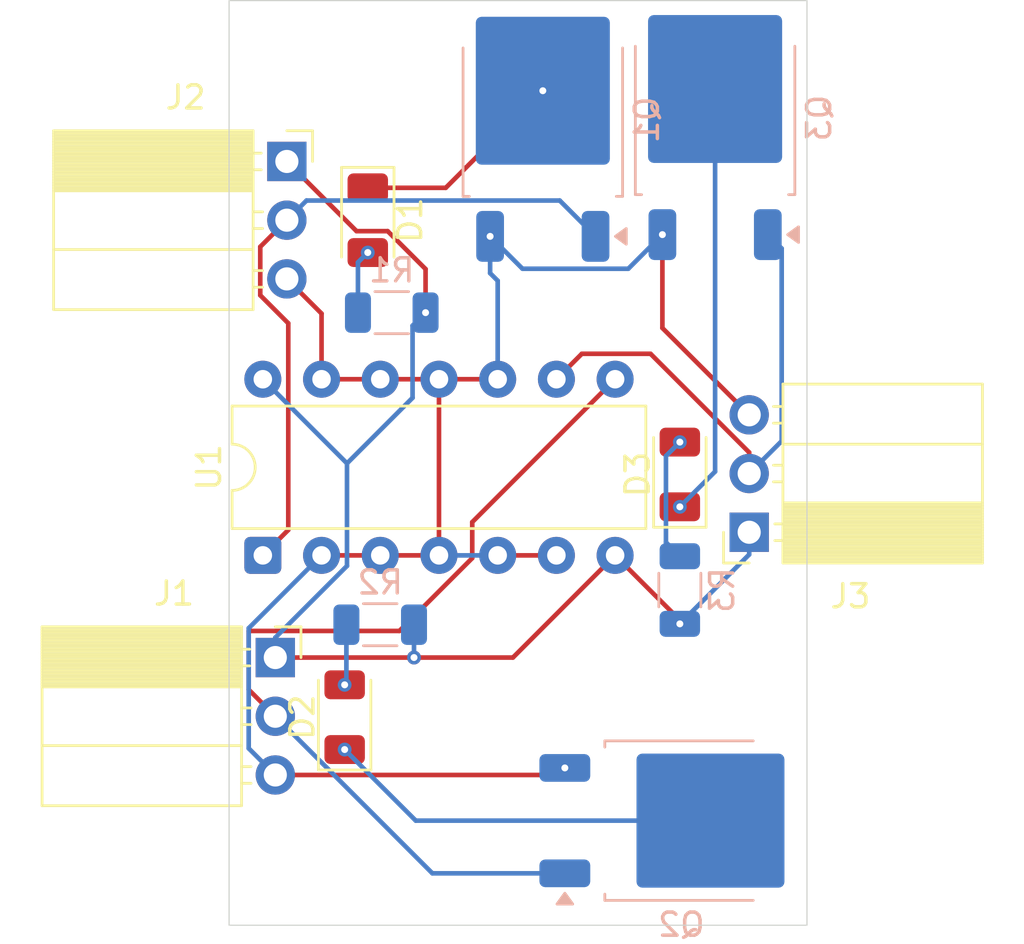
<source format=kicad_pcb>
(kicad_pcb (version 20241229) (generator "pcbnew") (generator_version "9.0")
  (layers (0 "F.Cu" signal) (2 "B.Cu" signal) (13 "F.Paste" user) (15 "B.Paste" user) (5 "F.SilkS" user "F.Silkscreen") (7 "B.SilkS" user "B.Silkscreen") (1 "F.Mask" user) (3 "B.Mask" user) (25 "Edge.Cuts" user))
  (net 0 "")
  (net 1 "Net-(D1-A)")
  (net 2 "Net-(D1-K)")
  (net 3 "Net-(D2-K)")
  (net 4 "Net-(D2-A)")
  (net 5 "Net-(D3-K)")
  (net 6 "Net-(D3-A)")
  (net 7 "Net-(J1-Pin_2)")
  (net 8 "Net-(J1-Pin_1)")
  (net 9 "Net-(J1-Pin_3)")
  (net 10 "Net-(J2-Pin_2)")
  (net 11 "Net-(J3-Pin_2)")
  (footprint "LED_SMD:LED_1206_3216Metric" (layer "F.Cu") (at 115 106 90)
    (property "Reference" "D2" (at 0 -1.83 90) (layer "F.SilkS"))
    (property "Value" "LED")
    (fp_line (start 1.6 -1.135) (end -2.285 -1.135) (stroke (width 0.12)) (layer "F.SilkS"))
    (fp_line (start -2.285 -1.135) (end -2.285 1.135) (stroke (width 0.12)) (layer "F.SilkS"))
    (fp_line (start -2.285 1.135) (end 1.6 1.135) (stroke (width 0.12)) (layer "F.SilkS"))
    (pad "1" smd roundrect (at -1.4 0 90) (size 1.25 1.75) (layers "F.Cu" "F.Mask" "F.Paste") (roundrect_rratio 0.2) (net 3 "Net-(D2-K)"))
    (pad "2" smd roundrect (at 1.4 0 90) (size 1.25 1.75) (layers "F.Cu" "F.Mask" "F.Paste") (roundrect_rratio 0.2) (net 4 "Net-(D2-A)"))
  )
  (footprint "Package_DIP:DIP-14_W7.62mm" (layer "F.Cu") (at 111.46 99 90)
    (property "Reference" "U1" (at 3.81 -2.33 90) (layer "F.SilkS"))
    (property "Value" "4075")
    (fp_line (start 6.46 -1.33) (end 4.81 -1.33) (stroke (width 0.12)) (layer "F.SilkS"))
    (fp_line (start 2.81 -1.33) (end 1.16 -1.33) (stroke (width 0.12)) (layer "F.SilkS"))
    (fp_line (start 1.16 -1.33) (end 1.16 16.57) (stroke (width 0.12)) (layer "F.SilkS"))
    (fp_line (start 6.46 16.57) (end 6.46 -1.33) (stroke (width 0.12)) (layer "F.SilkS"))
    (fp_line (start 1.16 16.57) (end 6.46 16.57) (stroke (width 0.12)) (layer "F.SilkS"))
    (fp_arc (start 4.81 -1.33) (mid 3.81 -0.33) (end 2.81 -1.33) (stroke (width 0.12)) (layer "F.SilkS"))
    (pad "1" thru_hole roundrect (at 0 0 90) (size 1.6 1.6) (drill 0.8) (layers "*.Cu" "*.Mask") (roundrect_rratio 0.15625) (net 10 "Net-(J2-Pin_2)"))
    (pad "2" thru_hole circle (at 0 2.54 90) (size 1.6 1.6) (drill 0.8) (layers "*.Cu" "*.Mask") (net 9 "Net-(J1-Pin_3)"))
    (pad "3" thru_hole circle (at 0 5.08 90) (size 1.6 1.6) (drill 0.8) (layers "*.Cu" "*.Mask") (net 9 "Net-(J1-Pin_3)"))
    (pad "4" thru_hole circle (at 0 7.62 90) (size 1.6 1.6) (drill 0.8) (layers "*.Cu" "*.Mask") (net 9 "Net-(J1-Pin_3)"))
    (pad "5" thru_hole circle (at 0 10.16 90) (size 1.6 1.6) (drill 0.8) (layers "*.Cu" "*.Mask") (net 9 "Net-(J1-Pin_3)"))
    (pad "6" thru_hole circle (at 0 12.7 90) (size 1.6 1.6) (drill 0.8) (layers "*.Cu" "*.Mask") (net 9 "Net-(J1-Pin_3)"))
    (pad "7" thru_hole circle (at 0 15.24 90) (size 1.6 1.6) (drill 0.8) (layers "*.Cu" "*.Mask") (net 8 "Net-(J1-Pin_1)"))
    (pad "8" thru_hole circle (at 7.62 15.24 90) (size 1.6 1.6) (drill 0.8) (layers "*.Cu" "*.Mask") (net 7 "Net-(J1-Pin_2)"))
    (pad "9" thru_hole circle (at 7.62 12.7 90) (size 1.6 1.6) (drill 0.8) (layers "*.Cu" "*.Mask") (net 11 "Net-(J3-Pin_2)"))
    (pad "10" thru_hole circle (at 7.62 10.16 90) (size 1.6 1.6) (drill 0.8) (layers "*.Cu" "*.Mask") (net 9 "Net-(J1-Pin_3)"))
    (pad "11" thru_hole circle (at 7.62 7.62 90) (size 1.6 1.6) (drill 0.8) (layers "*.Cu" "*.Mask") (net 9 "Net-(J1-Pin_3)"))
    (pad "12" thru_hole circle (at 7.62 5.08 90) (size 1.6 1.6) (drill 0.8) (layers "*.Cu" "*.Mask") (net 9 "Net-(J1-Pin_3)"))
    (pad "13" thru_hole circle (at 7.62 2.54 90) (size 1.6 1.6) (drill 0.8) (layers "*.Cu" "*.Mask") (net 9 "Net-(J1-Pin_3)"))
    (pad "14" thru_hole circle (at 7.62 0 90) (size 1.6 1.6) (drill 0.8) (layers "*.Cu" "*.Mask") (net 8 "Net-(J1-Pin_1)"))
  )
  (footprint "Connector_PinSocket_2.54mm:PinSocket_1x03_P2.54mm_Horizontal" (layer "F.Cu") (at 132.5 98 180)
    (property "Reference" "J3" (at -4.38 -2.77 0) (layer "F.SilkS"))
    (property "Value" "Conn_01x03_Socket")
    (fp_line (start 1.11 -1.33) (end 1.11 0) (stroke (width 0.12)) (layer "F.SilkS"))
    (fp_line (start 0 -1.33) (end 1.11 -1.33) (stroke (width 0.12)) (layer "F.SilkS"))
    (fp_line (start -1.46 5.44) (end -1.05 5.44) (stroke (width 0.12)) (layer "F.SilkS"))
    (fp_line (start -1.46 4.72) (end -1.05 4.72) (stroke (width 0.12)) (layer "F.SilkS"))
    (fp_line (start -1.46 2.9) (end -1.05 2.9) (stroke (width 0.12)) (layer "F.SilkS"))
    (fp_line (start -1.46 2.18) (end -1.05 2.18) (stroke (width 0.12)) (layer "F.SilkS"))
    (fp_line (start -1.46 0.36) (end -1.11 0.36) (stroke (width 0.12)) (layer "F.SilkS"))
    (fp_line (start -1.46 -0.36) (end -1.11 -0.36) (stroke (width 0.12)) (layer "F.SilkS"))
    (fp_line (start -1.46 -1.33) (end -1.46 6.41) (stroke (width 0.12)) (layer "F.SilkS"))
    (fp_line (start -10.09 6.41) (end -1.46 6.41) (stroke (width 0.12)) (layer "F.SilkS"))
    (fp_line (start -10.09 3.81) (end -1.46 3.81) (stroke (width 0.12)) (layer "F.SilkS"))
    (fp_line (start -10.09 1.27) (end -1.46 1.27) (stroke (width 0.12)) (layer "F.SilkS"))
    (fp_line (start -10.09 1.1519) (end -1.46 1.1519) (stroke (width 0.12)) (layer "F.SilkS"))
    (fp_line (start -10.09 1.033805) (end -1.46 1.033805) (stroke (width 0.12)) (layer "F.SilkS"))
    (fp_line (start -10.09 0.91571) (end -1.46 0.91571) (stroke (width 0.12)) (layer "F.SilkS"))
    (fp_line (start -10.09 0.797615) (end -1.46 0.797615) (stroke (width 0.12)) (layer "F.SilkS"))
    (fp_line (start -10.09 0.67952) (end -1.46 0.67952) (stroke (width 0.12)) (layer "F.SilkS"))
    (fp_line (start -10.09 0.561425) (end -1.46 0.561425) (stroke (width 0.12)) (layer "F.SilkS"))
    (fp_line (start -10.09 0.44333) (end -1.46 0.44333) (stroke (width 0.12)) (layer "F.SilkS"))
    (fp_line (start -10.09 0.325235) (end -1.46 0.325235) (stroke (width 0.12)) (layer "F.SilkS"))
    (fp_line (start -10.09 0.20714) (end -1.46 0.20714) (stroke (width 0.12)) (layer "F.SilkS"))
    (fp_line (start -10.09 0.089045) (end -1.46 0.089045) (stroke (width 0.12)) (layer "F.SilkS"))
    (fp_line (start -10.09 -0.02905) (end -1.46 -0.02905) (stroke (width 0.12)) (layer "F.SilkS"))
    (fp_line (start -10.09 -0.147145) (end -1.46 -0.147145) (stroke (width 0.12)) (layer "F.SilkS"))
    (fp_line (start -10.09 -0.26524) (end -1.46 -0.26524) (stroke (width 0.12)) (layer "F.SilkS"))
    (fp_line (start -10.09 -0.383335) (end -1.46 -0.383335) (stroke (width 0.12)) (layer "F.SilkS"))
    (fp_line (start -10.09 -0.50143) (end -1.46 -0.50143) (stroke (width 0.12)) (layer "F.SilkS"))
    (fp_line (start -10.09 -0.619525) (end -1.46 -0.619525) (stroke (width 0.12)) (layer "F.SilkS"))
    (fp_line (start -10.09 -0.73762) (end -1.46 -0.73762) (stroke (width 0.12)) (layer "F.SilkS"))
    (fp_line (start -10.09 -0.855715) (end -1.46 -0.855715) (stroke (width 0.12)) (layer "F.SilkS"))
    (fp_line (start -10.09 -0.97381) (end -1.46 -0.97381) (stroke (width 0.12)) (layer "F.SilkS"))
    (fp_line (start -10.09 -1.091905) (end -1.46 -1.091905) (stroke (width 0.12)) (layer "F.SilkS"))
    (fp_line (start -10.09 -1.21) (end -1.46 -1.21) (stroke (width 0.12)) (layer "F.SilkS"))
    (fp_line (start -10.09 -1.33) (end -1.46 -1.33) (stroke (width 0.12)) (layer "F.SilkS"))
    (fp_line (start -10.09 -1.33) (end -10.09 6.41) (stroke (width 0.12)) (layer "F.SilkS"))
    (pad "1" thru_hole rect (at 0 0 180) (size 1.7 1.7) (drill 1) (layers "*.Cu" "*.Mask") (net 8 "Net-(J1-Pin_1)"))
    (pad "2" thru_hole circle (at 0 2.54 180) (size 1.7 1.7) (drill 1) (layers "*.Cu" "*.Mask") (net 11 "Net-(J3-Pin_2)"))
    (pad "3" thru_hole circle (at 0 5.08 180) (size 1.7 1.7) (drill 1) (layers "*.Cu" "*.Mask") (net 9 "Net-(J1-Pin_3)"))
  )
  (footprint "LED_SMD:LED_1206_3216Metric" (layer "F.Cu") (at 116 84.5 -90)
    (property "Reference" "D1" (at 0 -1.83 90) (layer "F.SilkS"))
    (property "Value" "LED")
    (fp_line (start -2.285 1.135) (end 1.6 1.135) (stroke (width 0.12)) (layer "F.SilkS"))
    (fp_line (start -2.285 -1.135) (end -2.285 1.135) (stroke (width 0.12)) (layer "F.SilkS"))
    (fp_line (start 1.6 -1.135) (end -2.285 -1.135) (stroke (width 0.12)) (layer "F.SilkS"))
    (pad "1" smd roundrect (at -1.4 0 270) (size 1.25 1.75) (layers "F.Cu" "F.Mask" "F.Paste") (roundrect_rratio 0.2) (net 2 "Net-(D1-K)"))
    (pad "2" smd roundrect (at 1.4 0 270) (size 1.25 1.75) (layers "F.Cu" "F.Mask" "F.Paste") (roundrect_rratio 0.2) (net 1 "Net-(D1-A)"))
  )
  (footprint "Connector_PinSocket_2.54mm:PinSocket_1x03_P2.54mm_Horizontal" (layer "F.Cu") (at 112.5 81.96)
    (property "Reference" "J2" (at -4.38 -2.77 0) (layer "F.SilkS"))
    (property "Value" "Conn_01x03_Socket")
    (fp_line (start -10.09 -1.33) (end -10.09 6.41) (stroke (width 0.12)) (layer "F.SilkS"))
    (fp_line (start -10.09 -1.33) (end -1.46 -1.33) (stroke (width 0.12)) (layer "F.SilkS"))
    (fp_line (start -10.09 -1.21) (end -1.46 -1.21) (stroke (width 0.12)) (layer "F.SilkS"))
    (fp_line (start -10.09 -1.091905) (end -1.46 -1.091905) (stroke (width 0.12)) (layer "F.SilkS"))
    (fp_line (start -10.09 -0.97381) (end -1.46 -0.97381) (stroke (width 0.12)) (layer "F.SilkS"))
    (fp_line (start -10.09 -0.855715) (end -1.46 -0.855715) (stroke (width 0.12)) (layer "F.SilkS"))
    (fp_line (start -10.09 -0.73762) (end -1.46 -0.73762) (stroke (width 0.12)) (layer "F.SilkS"))
    (fp_line (start -10.09 -0.619525) (end -1.46 -0.619525) (stroke (width 0.12)) (layer "F.SilkS"))
    (fp_line (start -10.09 -0.50143) (end -1.46 -0.50143) (stroke (width 0.12)) (layer "F.SilkS"))
    (fp_line (start -10.09 -0.383335) (end -1.46 -0.383335) (stroke (width 0.12)) (layer "F.SilkS"))
    (fp_line (start -10.09 -0.26524) (end -1.46 -0.26524) (stroke (width 0.12)) (layer "F.SilkS"))
    (fp_line (start -10.09 -0.147145) (end -1.46 -0.147145) (stroke (width 0.12)) (layer "F.SilkS"))
    (fp_line (start -10.09 -0.02905) (end -1.46 -0.02905) (stroke (width 0.12)) (layer "F.SilkS"))
    (fp_line (start -10.09 0.089045) (end -1.46 0.089045) (stroke (width 0.12)) (layer "F.SilkS"))
    (fp_line (start -10.09 0.20714) (end -1.46 0.20714) (stroke (width 0.12)) (layer "F.SilkS"))
    (fp_line (start -10.09 0.325235) (end -1.46 0.325235) (stroke (width 0.12)) (layer "F.SilkS"))
    (fp_line (start -10.09 0.44333) (end -1.46 0.44333) (stroke (width 0.12)) (layer "F.SilkS"))
    (fp_line (start -10.09 0.561425) (end -1.46 0.561425) (stroke (width 0.12)) (layer "F.SilkS"))
    (fp_line (start -10.09 0.67952) (end -1.46 0.67952) (stroke (width 0.12)) (layer "F.SilkS"))
    (fp_line (start -10.09 0.797615) (end -1.46 0.797615) (stroke (width 0.12)) (layer "F.SilkS"))
    (fp_line (start -10.09 0.91571) (end -1.46 0.91571) (stroke (width 0.12)) (layer "F.SilkS"))
    (fp_line (start -10.09 1.033805) (end -1.46 1.033805) (stroke (width 0.12)) (layer "F.SilkS"))
    (fp_line (start -10.09 1.1519) (end -1.46 1.1519) (stroke (width 0.12)) (layer "F.SilkS"))
    (fp_line (start -10.09 1.27) (end -1.46 1.27) (stroke (width 0.12)) (layer "F.SilkS"))
    (fp_line (start -10.09 3.81) (end -1.46 3.81) (stroke (width 0.12)) (layer "F.SilkS"))
    (fp_line (start -10.09 6.41) (end -1.46 6.41) (stroke (width 0.12)) (layer "F.SilkS"))
    (fp_line (start -1.46 -1.33) (end -1.46 6.41) (stroke (width 0.12)) (layer "F.SilkS"))
    (fp_line (start -1.46 -0.36) (end -1.11 -0.36) (stroke (width 0.12)) (layer "F.SilkS"))
    (fp_line (start -1.46 0.36) (end -1.11 0.36) (stroke (width 0.12)) (layer "F.SilkS"))
    (fp_line (start -1.46 2.18) (end -1.05 2.18) (stroke (width 0.12)) (layer "F.SilkS"))
    (fp_line (start -1.46 2.9) (end -1.05 2.9) (stroke (width 0.12)) (layer "F.SilkS"))
    (fp_line (start -1.46 4.72) (end -1.05 4.72) (stroke (width 0.12)) (layer "F.SilkS"))
    (fp_line (start -1.46 5.44) (end -1.05 5.44) (stroke (width 0.12)) (layer "F.SilkS"))
    (fp_line (start 0 -1.33) (end 1.11 -1.33) (stroke (width 0.12)) (layer "F.SilkS"))
    (fp_line (start 1.11 -1.33) (end 1.11 0) (stroke (width 0.12)) (layer "F.SilkS"))
    (pad "1" thru_hole rect (at 0 0) (size 1.7 1.7) (drill 1) (layers "*.Cu" "*.Mask") (net 8 "Net-(J1-Pin_1)"))
    (pad "2" thru_hole circle (at 0 2.54) (size 1.7 1.7) (drill 1) (layers "*.Cu" "*.Mask") (net 10 "Net-(J2-Pin_2)"))
    (pad "3" thru_hole circle (at 0 5.08) (size 1.7 1.7) (drill 1) (layers "*.Cu" "*.Mask") (net 9 "Net-(J1-Pin_3)"))
  )
  (footprint "LED_SMD:LED_1206_3216Metric" (layer "F.Cu") (at 129.5 95.5 90)
    (property "Reference" "D3" (at 0 -1.83 90) (layer "F.SilkS"))
    (property "Value" "LED")
    (fp_line (start 1.6 -1.135) (end -2.285 -1.135) (stroke (width 0.12)) (layer "F.SilkS"))
    (fp_line (start -2.285 -1.135) (end -2.285 1.135) (stroke (width 0.12)) (layer "F.SilkS"))
    (fp_line (start -2.285 1.135) (end 1.6 1.135) (stroke (width 0.12)) (layer "F.SilkS"))
    (pad "1" smd roundrect (at -1.4 0 90) (size 1.25 1.75) (layers "F.Cu" "F.Mask" "F.Paste") (roundrect_rratio 0.2) (net 5 "Net-(D3-K)"))
    (pad "2" smd roundrect (at 1.4 0 90) (size 1.25 1.75) (layers "F.Cu" "F.Mask" "F.Paste") (roundrect_rratio 0.2) (net 6 "Net-(D3-A)"))
  )
  (footprint "Connector_PinSocket_2.54mm:PinSocket_1x03_P2.54mm_Horizontal" (layer "F.Cu") (at 112 103.42)
    (property "Reference" "J1" (at -4.38 -2.77 0) (layer "F.SilkS"))
    (property "Value" "Conn_01x03_Socket")
    (fp_line (start -10.09 -1.33) (end -10.09 6.41) (stroke (width 0.12)) (layer "F.SilkS"))
    (fp_line (start -10.09 -1.33) (end -1.46 -1.33) (stroke (width 0.12)) (layer "F.SilkS"))
    (fp_line (start -10.09 -1.21) (end -1.46 -1.21) (stroke (width 0.12)) (layer "F.SilkS"))
    (fp_line (start -10.09 -1.091905) (end -1.46 -1.091905) (stroke (width 0.12)) (layer "F.SilkS"))
    (fp_line (start -10.09 -0.97381) (end -1.46 -0.97381) (stroke (width 0.12)) (layer "F.SilkS"))
    (fp_line (start -10.09 -0.855715) (end -1.46 -0.855715) (stroke (width 0.12)) (layer "F.SilkS"))
    (fp_line (start -10.09 -0.73762) (end -1.46 -0.73762) (stroke (width 0.12)) (layer "F.SilkS"))
    (fp_line (start -10.09 -0.619525) (end -1.46 -0.619525) (stroke (width 0.12)) (layer "F.SilkS"))
    (fp_line (start -10.09 -0.50143) (end -1.46 -0.50143) (stroke (width 0.12)) (layer "F.SilkS"))
    (fp_line (start -10.09 -0.383335) (end -1.46 -0.383335) (stroke (width 0.12)) (layer "F.SilkS"))
    (fp_line (start -10.09 -0.26524) (end -1.46 -0.26524) (stroke (width 0.12)) (layer "F.SilkS"))
    (fp_line (start -10.09 -0.147145) (end -1.46 -0.147145) (stroke (width 0.12)) (layer "F.SilkS"))
    (fp_line (start -10.09 -0.02905) (end -1.46 -0.02905) (stroke (width 0.12)) (layer "F.SilkS"))
    (fp_line (start -10.09 0.089045) (end -1.46 0.089045) (stroke (width 0.12)) (layer "F.SilkS"))
    (fp_line (start -10.09 0.20714) (end -1.46 0.20714) (stroke (width 0.12)) (layer "F.SilkS"))
    (fp_line (start -10.09 0.325235) (end -1.46 0.325235) (stroke (width 0.12)) (layer "F.SilkS"))
    (fp_line (start -10.09 0.44333) (end -1.46 0.44333) (stroke (width 0.12)) (layer "F.SilkS"))
    (fp_line (start -10.09 0.561425) (end -1.46 0.561425) (stroke (width 0.12)) (layer "F.SilkS"))
    (fp_line (start -10.09 0.67952) (end -1.46 0.67952) (stroke (width 0.12)) (layer "F.SilkS"))
    (fp_line (start -10.09 0.797615) (end -1.46 0.797615) (stroke (width 0.12)) (layer "F.SilkS"))
    (fp_line (start -10.09 0.91571) (end -1.46 0.91571) (stroke (width 0.12)) (layer "F.SilkS"))
    (fp_line (start -10.09 1.033805) (end -1.46 1.033805) (stroke (width 0.12)) (layer "F.SilkS"))
    (fp_line (start -10.09 1.1519) (end -1.46 1.1519) (stroke (width 0.12)) (layer "F.SilkS"))
    (fp_line (start -10.09 1.27) (end -1.46 1.27) (stroke (width 0.12)) (layer "F.SilkS"))
    (fp_line (start -10.09 3.81) (end -1.46 3.81) (stroke (width 0.12)) (layer "F.SilkS"))
    (fp_line (start -10.09 6.41) (end -1.46 6.41) (stroke (width 0.12)) (layer "F.SilkS"))
    (fp_line (start -1.46 -1.33) (end -1.46 6.41) (stroke (width 0.12)) (layer "F.SilkS"))
    (fp_line (start -1.46 -0.36) (end -1.11 -0.36) (stroke (width 0.12)) (layer "F.SilkS"))
    (fp_line (start -1.46 0.36) (end -1.11 0.36) (stroke (width 0.12)) (layer "F.SilkS"))
    (fp_line (start -1.46 2.18) (end -1.05 2.18) (stroke (width 0.12)) (layer "F.SilkS"))
    (fp_line (start -1.46 2.9) (end -1.05 2.9) (stroke (width 0.12)) (layer "F.SilkS"))
    (fp_line (start -1.46 4.72) (end -1.05 4.72) (stroke (width 0.12)) (layer "F.SilkS"))
    (fp_line (start -1.46 5.44) (end -1.05 5.44) (stroke (width 0.12)) (layer "F.SilkS"))
    (fp_line (start 0 -1.33) (end 1.11 -1.33) (stroke (width 0.12)) (layer "F.SilkS"))
    (fp_line (start 1.11 -1.33) (end 1.11 0) (stroke (width 0.12)) (layer "F.SilkS"))
    (pad "1" thru_hole rect (at 0 0) (size 1.7 1.7) (drill 1) (layers "*.Cu" "*.Mask") (net 8 "Net-(J1-Pin_1)"))
    (pad "2" thru_hole circle (at 0 2.54) (size 1.7 1.7) (drill 1) (layers "*.Cu" "*.Mask") (net 7 "Net-(J1-Pin_2)"))
    (pad "3" thru_hole circle (at 0 5.08) (size 1.7 1.7) (drill 1) (layers "*.Cu" "*.Mask") (net 9 "Net-(J1-Pin_3)"))
  )
  (footprint "Package_TO_SOT_SMD:TO-252-2" (layer "B.Cu") (at 131.025 80.085 90)
    (property "Reference" "Q3" (at 0 4.5 90) (layer "B.SilkS") (effects (justify mirror)))
    (property "Value" "QM6006D")
    (fp_line (start 3.11 -3.45) (end -3.31 -3.45) (stroke (width 0.12)) (layer "B.SilkS"))
    (fp_line (start -3.31 -3.45) (end -3.31 -3.18) (stroke (width 0.12)) (layer "B.SilkS"))
    (fp_line (start 3.11 3.45) (end -3.31 3.45) (stroke (width 0.12)) (layer "B.SilkS"))
    (fp_line (start -3.31 3.45) (end -3.31 3.18) (stroke (width 0.12)) (layer "B.SilkS"))
    (fp_poly (pts (xy -5.04 3.14) (xy -5.38 3.61) (xy -4.7 3.61)) (stroke (width 0.12)) (fill yes) (layer "B.SilkS"))
    (pad "1" smd roundrect (at -5.04 2.28 90) (size 2.2 1.2) (layers "B.Cu" "B.Mask" "B.Paste") (roundrect_rratio 0.208333) (net 11 "Net-(J3-Pin_2)"))
    (pad "2" smd roundrect (at 1.26 0 90) (size 6.4 5.8) (layers "B.Cu" "B.Mask") (roundrect_rratio 0.043103) (net 5 "Net-(D3-K)"))
    (pad "3" smd roundrect (at -5.04 -2.28 90) (size 2.2 1.2) (layers "B.Cu" "B.Mask" "B.Paste") (roundrect_rratio 0.208333) (net 9 "Net-(J1-Pin_3)"))
  )
  (footprint "Resistor_SMD:R_1206_3216Metric" (layer "B.Cu") (at 129.5 100.5 90)
    (property "Reference" "R3" (at 0 1.83 90) (layer "B.SilkS") (effects (justify mirror)))
    (property "Value" "R")
    (fp_line (start -0.727064 -0.91) (end 0.727064 -0.91) (stroke (width 0.12)) (layer "B.SilkS"))
    (fp_line (start -0.727064 0.91) (end 0.727064 0.91) (stroke (width 0.12)) (layer "B.SilkS"))
    (pad "1" smd roundrect (at -1.4625 0 90) (size 1.125 1.75) (layers "B.Cu" "B.Mask" "B.Paste") (roundrect_rratio 0.222222) (net 8 "Net-(J1-Pin_1)"))
    (pad "2" smd roundrect (at 1.4625 0 90) (size 1.125 1.75) (layers "B.Cu" "B.Mask" "B.Paste") (roundrect_rratio 0.222222) (net 6 "Net-(D3-A)"))
  )
  (footprint "Resistor_SMD:R_1206_3216Metric" (layer "B.Cu") (at 116.5375 102 180)
    (property "Reference" "R2" (at 0 1.83 0) (layer "B.SilkS") (effects (justify mirror)))
    (property "Value" "R")
    (fp_line (start -0.727064 0.91) (end 0.727064 0.91) (stroke (width 0.12)) (layer "B.SilkS"))
    (fp_line (start -0.727064 -0.91) (end 0.727064 -0.91) (stroke (width 0.12)) (layer "B.SilkS"))
    (pad "1" smd roundrect (at -1.4625 0 180) (size 1.125 1.75) (layers "B.Cu" "B.Mask" "B.Paste") (roundrect_rratio 0.222222) (net 8 "Net-(J1-Pin_1)"))
    (pad "2" smd roundrect (at 1.4625 0 180) (size 1.125 1.75) (layers "B.Cu" "B.Mask" "B.Paste") (roundrect_rratio 0.222222) (net 4 "Net-(D2-A)"))
  )
  (footprint "Resistor_SMD:R_1206_3216Metric" (layer "B.Cu") (at 117.0375 88.5 180)
    (property "Reference" "R1" (at 0 1.83 0) (layer "B.SilkS") (effects (justify mirror)))
    (property "Value" "R")
    (fp_line (start -0.727064 0.91) (end 0.727064 0.91) (stroke (width 0.12)) (layer "B.SilkS"))
    (fp_line (start -0.727064 -0.91) (end 0.727064 -0.91) (stroke (width 0.12)) (layer "B.SilkS"))
    (pad "1" smd roundrect (at -1.4625 0 180) (size 1.125 1.75) (layers "B.Cu" "B.Mask" "B.Paste") (roundrect_rratio 0.222222) (net 8 "Net-(J1-Pin_1)"))
    (pad "2" smd roundrect (at 1.4625 0 180) (size 1.125 1.75) (layers "B.Cu" "B.Mask" "B.Paste") (roundrect_rratio 0.222222) (net 1 "Net-(D1-A)"))
  )
  (footprint "Package_TO_SOT_SMD:TO-252-2" (layer "B.Cu") (at 129.565 110.475)
    (property "Reference" "Q2" (at 0 4.5 0) (layer "B.SilkS") (effects (justify mirror)))
    (property "Value" "QM6006D")
    (fp_line (start -3.31 -3.45) (end -3.31 -3.18) (stroke (width 0.12)) (layer "B.SilkS"))
    (fp_line (start -3.31 3.45) (end -3.31 3.18) (stroke (width 0.12)) (layer "B.SilkS"))
    (fp_line (start 3.11 -3.45) (end -3.31 -3.45) (stroke (width 0.12)) (layer "B.SilkS"))
    (fp_line (start 3.11 3.45) (end -3.31 3.45) (stroke (width 0.12)) (layer "B.SilkS"))
    (fp_poly (pts (xy -5.04 3.14) (xy -5.38 3.61) (xy -4.7 3.61)) (stroke (width 0.12)) (fill yes) (layer "B.SilkS"))
    (pad "1" smd roundrect (at -5.04 2.28) (size 2.2 1.2) (layers "B.Cu" "B.Mask" "B.Paste") (roundrect_rratio 0.208333) (net 7 "Net-(J1-Pin_2)"))
    (pad "2" smd roundrect (at 1.26 0) (size 6.4 5.8) (layers "B.Cu" "B.Mask") (roundrect_rratio 0.043103) (net 3 "Net-(D2-K)"))
    (pad "3" smd roundrect (at -5.04 -2.28) (size 2.2 1.2) (layers "B.Cu" "B.Mask" "B.Paste") (roundrect_rratio 0.208333) (net 9 "Net-(J1-Pin_3)"))
  )
  (footprint "Package_TO_SOT_SMD:TO-252-2" (layer "B.Cu") (at 123.5725 80.16 90)
    (property "Reference" "Q1" (at 0 4.5 90) (layer "B.SilkS") (effects (justify mirror)))
    (property "Value" "QM6006D")
    (fp_line (start 3.11 -3.45) (end -3.31 -3.45) (stroke (width 0.12)) (layer "B.SilkS"))
    (fp_line (start -3.31 -3.45) (end -3.31 -3.18) (stroke (width 0.12)) (layer "B.SilkS"))
    (fp_line (start 3.11 3.45) (end -3.31 3.45) (stroke (width 0.12)) (layer "B.SilkS"))
    (fp_line (start -3.31 3.45) (end -3.31 3.18) (stroke (width 0.12)) (layer "B.SilkS"))
    (fp_poly (pts (xy -5.04 3.14) (xy -5.38 3.61) (xy -4.7 3.61)) (stroke (width 0.12)) (fill yes) (layer "B.SilkS"))
    (pad "1" smd roundrect (at -5.04 2.28 90) (size 2.2 1.2) (layers "B.Cu" "B.Mask" "B.Paste") (roundrect_rratio 0.208333) (net 10 "Net-(J2-Pin_2)"))
    (pad "2" smd roundrect (at 1.26 0 90) (size 6.4 5.8) (layers "B.Cu" "B.Mask") (roundrect_rratio 0.043103) (net 2 "Net-(D1-K)"))
    (pad "3" smd roundrect (at -5.04 -2.28 90) (size 2.2 1.2) (layers "B.Cu" "B.Mask" "B.Paste") (roundrect_rratio 0.208333) (net 9 "Net-(J1-Pin_3)"))
  )
  (gr_rect (start 110 75) (end 135 115) (stroke (width 0.05)) (fill no) (layer "Edge.Cuts"))
  (via (at 116 85.9) (size 0.6) (drill 0.3) (layers "F.Cu" "B.Cu") (net 1))
  (segment (start 115.575 88.5) (end 115.575 86.325) (width 0.2) (layer "B.Cu") (net 1))
  (segment (start 115.575 86.325) (end 116 85.9) (width 0.2) (layer "B.Cu") (net 1))
  (segment (start 119.3725 83.1) (end 123.5725 78.9) (width 0.2) (layer "F.Cu") (net 2))
  (segment (start 116 83.1) (end 119.3725 83.1) (width 0.2) (layer "F.Cu") (net 2))
  (via (at 123.5725 78.9) (size 0.6) (drill 0.3) (layers "F.Cu" "B.Cu") (net 2))
  (via (at 115 107.4) (size 0.6) (drill 0.3) (layers "F.Cu" "B.Cu") (net 3))
  (segment (start 118.075 110.475) (end 115 107.4) (width 0.2) (layer "B.Cu") (net 3))
  (segment (start 130.825 110.475) (end 118.075 110.475) (width 0.2) (layer "B.Cu") (net 3))
  (via (at 115 104.6) (size 0.6) (drill 0.3) (layers "F.Cu" "B.Cu") (net 4))
  (segment (start 115.075 102) (end 115.075 104.525) (width 0.2) (layer "B.Cu") (net 4))
  (segment (start 115.075 104.525) (end 115 104.6) (width 0.2) (layer "B.Cu") (net 4))
  (via (at 129.5 96.9) (size 0.6) (drill 0.3) (layers "F.Cu" "B.Cu") (net 5))
  (segment (start 131.025 78.825) (end 131.025 95.375) (width 0.2) (layer "B.Cu") (net 5))
  (segment (start 131.025 95.375) (end 129.5 96.9) (width 0.2) (layer "B.Cu") (net 5))
  (via (at 129.5 94.1) (size 0.6) (drill 0.3) (layers "F.Cu" "B.Cu") (net 6))
  (segment (start 129.5 99.0375) (end 128.899 98.4365) (width 0.2) (layer "B.Cu") (net 6))
  (segment (start 128.899 94.701) (end 129.5 94.1) (width 0.2) (layer "B.Cu") (net 6))
  (segment (start 128.899 98.4365) (end 128.899 94.701) (width 0.2) (layer "B.Cu") (net 6))
  (segment (start 117.36805 102.269) (end 120.519 99.11805) (width 0.2) (layer "F.Cu") (net 7))
  (segment (start 112 105.96) (end 110.849 104.809) (width 0.2) (layer "F.Cu") (net 7))
  (segment (start 110.849 102.269) (end 117.36805 102.269) (width 0.2) (layer "F.Cu") (net 7))
  (segment (start 110.849 104.809) (end 110.849 102.269) (width 0.2) (layer "F.Cu") (net 7))
  (segment (start 120.519 99.11805) (end 120.519 97.561) (width 0.2) (layer "F.Cu") (net 7))
  (segment (start 120.519 97.561) (end 126.7 91.38) (width 0.2) (layer "F.Cu") (net 7))
  (segment (start 124.525 112.755) (end 118.795 112.755) (width 0.2) (layer "B.Cu") (net 7))
  (segment (start 118.795 112.755) (end 112 105.96) (width 0.2) (layer "B.Cu") (net 7))
  (segment (start 118.5 86.61384) (end 118.5 88.5) (width 0.2) (layer "F.Cu") (net 8))
  (segment (start 118 103.42) (end 112 103.42) (width 0.2) (layer "F.Cu") (net 8))
  (segment (start 129.5 101.8) (end 129.5 101.9625) (width 0.2) (layer "F.Cu") (net 8))
  (segment (start 122.28 103.42) (end 118 103.42) (width 0.2) (layer "F.Cu") (net 8))
  (segment (start 126.7 99) (end 129.5 101.8) (width 0.2) (layer "F.Cu") (net 8))
  (segment (start 116.86016 84.974) (end 118.5 86.61384) (width 0.2) (layer "F.Cu") (net 8))
  (segment (start 126.7 99) (end 122.28 103.42) (width 0.2) (layer "F.Cu") (net 8))
  (segment (start 112.5 81.96) (end 115.514 84.974) (width 0.2) (layer "F.Cu") (net 8))
  (segment (start 115.514 84.974) (end 116.86016 84.974) (width 0.2) (layer "F.Cu") (net 8))
  (via (at 118.5 88.5) (size 0.6) (drill 0.3) (layers "F.Cu" "B.Cu") (net 8))
  (via (at 129.5 101.9625) (size 0.6) (drill 0.3) (layers "F.Cu" "B.Cu") (net 8))
  (via (at 118 103.42) (size 0.6) (drill 0.3) (layers "F.Cu" "B.Cu") (net 8))
  (segment (start 115.101 99.45605) (end 115.101 95.021) (width 0.2) (layer "B.Cu") (net 8))
  (segment (start 117.9375 89.0625) (end 117.9375 92.1845) (width 0.2) (layer "B.Cu") (net 8))
  (segment (start 112 102.55705) (end 115.101 99.45605) (width 0.2) (layer "B.Cu") (net 8))
  (segment (start 112 103.42) (end 112 102.55705) (width 0.2) (layer "B.Cu") (net 8))
  (segment (start 132.5 98.9625) (end 129.5 101.9625) (width 0.2) (layer "B.Cu") (net 8))
  (segment (start 118 102) (end 118 103.42) (width 0.2) (layer "B.Cu") (net 8))
  (segment (start 115.101 95.021) (end 111.46 91.38) (width 0.2) (layer "B.Cu") (net 8))
  (segment (start 118.5 88.5) (end 117.9375 89.0625) (width 0.2) (layer "B.Cu") (net 8))
  (segment (start 117.9375 92.1845) (end 115.101 95.021) (width 0.2) (layer "B.Cu") (net 8))
  (segment (start 132.5 98) (end 132.5 98.9625) (width 0.2) (layer "B.Cu") (net 8))
  (segment (start 114 88.54) (end 114 91.38) (width 0.2) (layer "F.Cu") (net 9))
  (segment (start 121.62 85.62) (end 121.62 85.5275) (width 0.2) (layer "F.Cu") (net 9))
  (segment (start 121.74 85.5) (end 121.62 85.62) (width 0.2) (layer "F.Cu") (net 9))
  (segment (start 132.5 92.92) (end 128.745 89.165) (width 0.2) (layer "F.Cu") (net 9))
  (segment (start 128.745 89.165) (end 128.745 85.5) (width 0.2) (layer "F.Cu") (net 9))
  (segment (start 119.08 99) (end 119.08 91.38) (width 0.2) (layer "F.Cu") (net 9))
  (segment (start 121.62 91.38) (end 119.08 91.38) (width 0.2) (layer "F.Cu") (net 9))
  (segment (start 124.22 108.5) (end 124.525 108.195) (width 0.2) (layer "F.Cu") (net 9))
  (segment (start 121.62 85.5275) (end 121.2925 85.2) (width 0.2) (layer "F.Cu") (net 9))
  (segment (start 116.54 91.38) (end 119.08 91.38) (width 0.2) (layer "F.Cu") (net 9))
  (segment (start 116.54 99) (end 119.08 99) (width 0.2) (layer "F.Cu") (net 9))
  (segment (start 112.5 87.04) (end 114 88.54) (width 0.2) (layer "F.Cu") (net 9))
  (segment (start 114 99) (end 116.54 99) (width 0.2) (layer "F.Cu") (net 9))
  (segment (start 112 108.5) (end 124.22 108.5) (width 0.2) (layer "F.Cu") (net 9))
  (segment (start 128.745 85.5) (end 128.745 85.125) (width 0.2) (layer "F.Cu") (net 9))
  (segment (start 124.16 99) (end 121.62 99) (width 0.2) (layer "F.Cu") (net 9))
  (segment (start 116.54 91.38) (end 114 91.38) (width 0.2) (layer "F.Cu") (net 9))
  (via (at 121.2925 85.2) (size 0.6) (drill 0.3) (layers "F.Cu" "B.Cu") (net 9))
  (via (at 124.525 108.195) (size 0.6) (drill 0.3) (layers "F.Cu" "B.Cu") (net 9))
  (via (at 128.745 85.125) (size 0.6) (drill 0.3) (layers "F.Cu" "B.Cu") (net 9))
  (segment (start 121.2925 86.7925) (end 121.62 87.12) (width 0.2) (layer "B.Cu") (net 9))
  (segment (start 122.6935 86.601) (end 127.269 86.601) (width 0.2) (layer "B.Cu") (net 9))
  (segment (start 121.62 99) (end 119.08 99) (width 0.2) (layer "B.Cu") (net 9))
  (segment (start 112 108.5) (end 110.849 107.349) (width 0.2) (layer "B.Cu") (net 9))
  (segment (start 121.62 87.12) (end 121.62 91.38) (width 0.2) (layer "B.Cu") (net 9))
  (segment (start 110.849 102.151) (end 114 99) (width 0.2) (layer "B.Cu") (net 9))
  (segment (start 127.269 86.601) (end 128.745 85.125) (width 0.2) (layer "B.Cu") (net 9))
  (segment (start 121.2925 85.2) (end 122.6935 86.601) (width 0.2) (layer "B.Cu") (net 9))
  (segment (start 110.849 107.349) (end 110.849 102.151) (width 0.2) (layer "B.Cu") (net 9))
  (segment (start 121.2925 85.2) (end 121.2925 86.7925) (width 0.2) (layer "B.Cu") (net 9))
  (segment (start 112.561 97.899) (end 112.561 88.96) (width 0.2) (layer "F.Cu") (net 10))
  (segment (start 112.561 88.96) (end 111.349 87.748) (width 0.2) (layer "F.Cu") (net 10))
  (segment (start 111.46 99) (end 112.561 97.899) (width 0.2) (layer "F.Cu") (net 10))
  (segment (start 111.349 85.651) (end 112.5 84.5) (width 0.2) (layer "F.Cu") (net 10))
  (segment (start 111.349 87.748) (end 111.349 85.651) (width 0.2) (layer "F.Cu") (net 10))
  (segment (start 112.5 84.5) (end 113.35 83.65) (width 0.2) (layer "B.Cu") (net 10))
  (segment (start 113.35 83.65) (end 124.3025 83.65) (width 0.2) (layer "B.Cu") (net 10))
  (segment (start 124.3025 83.65) (end 125.8525 85.2) (width 0.2) (layer "B.Cu") (net 10))
  (segment (start 128.23124 90.279) (end 132.5 94.54776) (width 0.2) (layer "F.Cu") (net 11))
  (segment (start 132.5 94.54776) (end 132.5 95.46) (width 0.2) (layer "F.Cu") (net 11))
  (segment (start 124.16 91.38) (end 125.261 90.279) (width 0.2) (layer "F.Cu") (net 11))
  (segment (start 125.261 90.279) (end 128.23124 90.279) (width 0.2) (layer "F.Cu") (net 11))
  (segment (start 133.905 85.725) (end 133.905 94.055) (width 0.2) (layer "B.Cu") (net 11))
  (segment (start 133.305 85.125) (end 133.905 85.725) (width 0.2) (layer "B.Cu") (net 11))
  (segment (start 133.905 94.055) (end 132.5 95.46) (width 0.2) (layer "B.Cu") (net 11))
)
</source>
